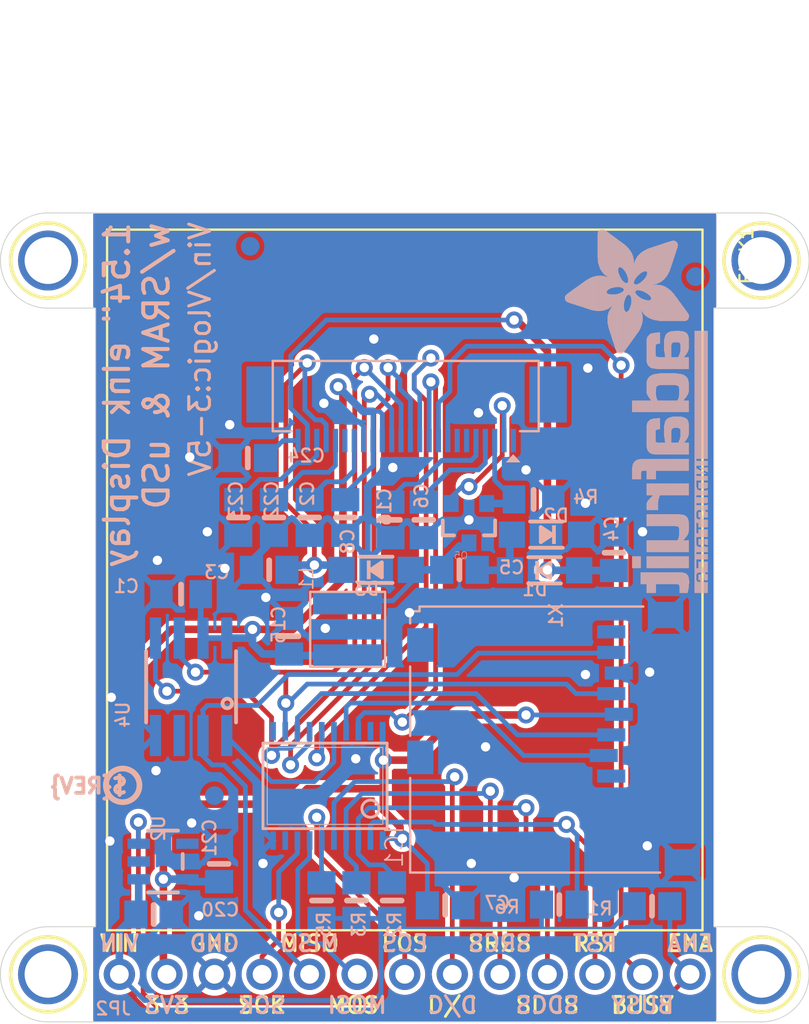
<source format=kicad_pcb>
(kicad_pcb (version 20221018) (generator pcbnew)
  (layers (0 "F.Cu" signal) (31 "B.Cu" signal) (34 "B.Paste" user) (35 "F.Paste" user) (36 "B.SilkS" user "B.Silkscreen") (37 "F.SilkS" user "F.Silkscreen") (38 "B.Mask" user) (39 "F.Mask" user) (44 "Edge.Cuts" user))
  (net 0 "")
  (net 1 "GND")
  (net 2 "3.3V")
  (net 3 "VGH")
  (net 4 "VGL")
  (net 5 "VIN")
  (net 6 "SCLK_3V")
  (net 7 "MOSI_3V")
  (net 8 "DISPCS_3V")
  (net 9 "SRAMCS_3V")
  (net 10 "RESET_3V")
  (net 11 "MISO")
  (net 12 "BUSY")
  (net 13 "RESET")
  (net 14 "SCLK")
  (net 15 "DISPCS")
  (net 16 "SRAMCS")
  (net 17 "SDCS_3V")
  (net 18 "SDCS")
  (net 19 "GDR")
  (net 20 "RESE")
  (net 21 "N$4")
  (net 22 "N$5")
  (net 23 "N$6")
  (net 24 "N$27")
  (net 25 "N$33")
  (net 26 "DC_3V")
  (net 27 "N$2")
  (net 28 "N$3")
  (net 29 "DC")
  (net 30 "MOSI")
  (net 31 "TSCL")
  (net 32 "TSDA")
  (net 33 "ENABLE")
  (net 34 "N$9")
  (footprint "working:MOUNTINGHOLE_2.5_PLATED" (layer "F.Cu") (at 167.5511 124.0536)
    (fp_text reference "U$4" hide)
    (fp_text value "MOUNTINGHOLE2.5" hide)
  )
  (footprint "working:MOUNTINGHOLE_2.5_PLATED" (layer "F.Cu") (at 129.4511 85.9536)
    (fp_text reference "U$5" hide)
    (fp_text value "MOUNTINGHOLE2.5" hide)
  )
  (footprint "working:EINK_154IN" (layer "F.Cu") (at 162.3041 92.0026 -90)
    (fp_text reference "EINK1")
    (fp_text value "EINK_EPD0231EINK_154IN_200X200")
  )
  (footprint "working:MOUNTINGHOLE_2.5_PLATED" (layer "F.Cu") (at 129.4511 124.0536)
    (fp_text reference "U$3" hide)
    (fp_text value "MOUNTINGHOLE2.5" hide)
  )
  (footprint "working:MOUNTINGHOLE_2.5_PLATED" (layer "F.Cu") (at 167.5511 85.9536)
    (fp_text reference "U$6" hide)
    (fp_text value "MOUNTINGHOLE2.5" hide)
  )
  (footprint "working:SOD-123" (layer "B.Cu") (at 156.0703 100.584 180)
    (fp_text reference "D2")
    (fp_text value "MBR0530")
  )
  (footprint "working:FIDUCIAL_1MM" (layer "B.Cu") (at 138.3321 114.5166 90)
    (fp_text reference "FID2" hide)
    (fp_text value "FIDUCIAL_1MM" hide)
  )
  (footprint "working:MICROSD" (layer "B.Cu") (at 148.8911 104.4732 -90)
    (fp_text reference "X1")
    (fp_text value "MICROSD")
  )
  (footprint "working:0805-NO" (layer "B.Cu") (at 138.5851 118.1596 90)
    (fp_text reference "C21")
    (fp_text value "10µF")
  )
  (footprint "working:FIDUCIAL_1MM" (layer "B.Cu") (at 140.2461 85.1916 180)
    (fp_text reference "FID3" hide)
    (fp_text value "FIDUCIAL_1MM" hide)
  )
  (footprint "working:0805-NO" (layer "B.Cu") (at 139.6111 99.6696 90)
    (fp_text reference "C23")
    (fp_text value "1uF/25V")
  )
  (footprint "working:0805-NO" (layer "B.Cu") (at 141.2621 102.4636 180)
    (fp_text reference "C3")
    (fp_text value "1uF/25V")
  )
  (footprint "working:0805-NO" (layer "B.Cu") (at 140.1191 96.4946)
    (fp_text reference "C24")
    (fp_text value "1uF/6V")
  )
  (footprint "working:0805-NO" (layer "B.Cu") (at 145.3261 99.6696 -90)
    (fp_text reference "C8")
    (fp_text value "1uF")
  )
  (footprint "working:0805-NO" (layer "B.Cu") (at 147.7391 99.7966 90)
    (fp_text reference "C16")
    (fp_text value "1uF/25V")
  )
  (footprint "working:SOT23-5" (layer "B.Cu") (at 135.5931 118.0326 90)
    (fp_text reference "U2")
    (fp_text value "MIC5225-3.3")
  )
  (footprint "working:INDUCTOR_4X4MM_NR401" (layer "B.Cu") (at 145.4531 105.6386 -90)
    (fp_text reference "L1")
    (fp_text value "10uH")
  )
  (footprint "working:0805-NO" (layer "B.Cu") (at 149.5171 99.7966 90)
    (fp_text reference "C6")
    (fp_text value "1uF/10V")
  )
  (footprint "working:0805-NO" (layer "B.Cu") (at 147.8261 120.1166 -90)
    (fp_text reference "R2")
    (fp_text value "100K")
  )
  (footprint "working:0805-NO" (layer "B.Cu") (at 150.6601 120.3706)
    (fp_text reference "C7")
    (fp_text value "1uF")
  )
  (footprint "working:SOD-123" (layer "B.Cu") (at 146.9771 102.4636)
    (fp_text reference "D3")
    (fp_text value "MBR0530")
  )
  (footprint "working:0805-NO" (layer "B.Cu") (at 141.5161 99.6696 90)
    (fp_text reference "C22")
    (fp_text value "1uF/25V")
  )
  (footprint "working:SOD-123" (layer "B.Cu") (at 155.9687 102.489)
    (fp_text reference "D1")
    (fp_text value "MBR0530")
  )
  (footprint "working:0805-NO" (layer "B.Cu") (at 145.9211 120.1166 -90)
    (fp_text reference "R3")
    (fp_text value "100K")
  )
  (footprint "working:TSSOP20" (layer "B.Cu") (at 144.2447 113.9952 180)
    (fp_text reference "IC1")
    (fp_text value "74LVC245PW")
  )
  (footprint "working:1X13_ROUND_70" (layer "B.Cu") (at 148.5011 124.0536)
    (fp_text reference "JP2")
    (fp_text value "")
  )
  (footprint "working:0805-NO" (layer "B.Cu") (at 161.7091 120.4176 180)
    (fp_text reference "R1")
    (fp_text value "100K")
  )
  (footprint "working:0805_10MGAP" (layer "B.Cu") (at 136.5539 103.7602 180)
    (fp_text reference "C1")
    (fp_text value "1uF")
  )
  (footprint "working:0805-NO" (layer "B.Cu") (at 159.6771 101.5492 90)
    (fp_text reference "C4")
    (fp_text value "1uF/25V")
  )
  (footprint "working:FIDUCIAL_1MM" (layer "B.Cu") (at 164.0271 86.8106 180)
    (fp_text reference "FID1" hide)
    (fp_text value "FIDUCIAL_1MM" hide)
  )
  (footprint "working:ADAFRUIT_TEXT_20MM" (layer "B.Cu") (at 164.6751 84.1286 -90)
    (fp_text reference "U$28" hide)
    (fp_text value "" hide)
  )
  (footprint "working:0805-NO" (layer "B.Cu") (at 135.0911 120.8616)
    (fp_text reference "C20")
    (fp_text value "10µF")
  )
  (footprint "working:0805-NO" (layer "B.Cu") (at 144.0561 120.1166 -90)
    (fp_text reference "R5")
    (fp_text value "100K")
  )
  (footprint "working:0805-NO" (layer "B.Cu") (at 142.3249 106.0078 -90)
    (fp_text reference "C15")
    (fp_text value "10uF/10V+")
  )
  (footprint "working:0805-NO" (layer "B.Cu") (at 156.7561 120.3306 180)
    (fp_text reference "R6")
    (fp_text value "100K")
  )
  (footprint "working:0805-NO" (layer "B.Cu") (at 151.4221 102.4636)
    (fp_text reference "C5")
    (fp_text value "4.7uF/25V")
  )
  (footprint "working:0805_10MGAP" (layer "B.Cu") (at 155.3845 98.7044)
    (fp_text reference "R4")
    (fp_text value "0.47ohm")
  )
  (footprint "working:SOIC8_150MIL" (layer "B.Cu") (at 137.0921 108.7066 180)
    (fp_text reference "U4")
    (fp_text value "23K640-I/SN")
  )
  (footprint "working:0805-NO" (layer "B.Cu") (at 143.4211 99.6696 90)
    (fp_text reference "C2")
    (fp_text value "1uF/10V")
  )
  (footprint "working:PCBFEAT-REV-040" (layer "B.Cu") (at 133.4371 113.9676 180)
    (fp_text reference "U$9" hide)
    (fp_text value "" hide)
  )
  (footprint "working:SOT23-3" (layer "B.Cu") (at 151.9301 99.9236)
    (fp_text reference "Q5")
    (fp_text value "IRLML0100")
  )
  (gr_arc (start 126.9111 85.9536) (mid 127.655049 84.157548) (end 129.451101 83.413599) (stroke (width 0.05)) (layer "Edge.Cuts"))
  (gr_arc (start 126.911101 124.053601) (mid 127.655049 122.257549) (end 129.4511 121.5136) (stroke (width 0.05)) (layer "Edge.Cuts"))
  (gr_arc (start 129.4511 88.4936) (mid 127.655049 87.749651) (end 126.911101 85.953599) (stroke (width 0.05)) (layer "Edge.Cuts"))
  (gr_line (start 167.5511 121.5136) (end 165.0111 121.5136) (stroke (width 0.05)) (layer "Edge.Cuts"))
  (gr_arc (start 167.5511 121.5136) (mid 169.347151 122.257549) (end 170.0911 124.0536) (stroke (width 0.05)) (layer "Edge.Cuts"))
  (gr_line (start 131.9911 121.5136) (end 129.4511 121.5136) (stroke (width 0.05)) (layer "Edge.Cuts"))
  (gr_line (start 131.9911 88.4936) (end 131.9911 121.5136) (stroke (width 0.05)) (layer "Edge.Cuts"))
  (gr_line (start 129.4511 83.4136) (end 167.5511 83.4136) (stroke (width 0.05)) (layer "Edge.Cuts"))
  (gr_arc (start 167.5511 83.4136) (mid 169.347151 84.157549) (end 170.0911 85.9536) (stroke (width 0.05)) (layer "Edge.Cuts"))
  (gr_arc (start 129.4511 126.5936) (mid 127.655049 125.849651) (end 126.911101 124.053599) (stroke (width 0.05)) (layer "Edge.Cuts"))
  (gr_arc (start 170.0911 124.0536) (mid 169.347151 125.849651) (end 167.5511 126.5936) (stroke (width 0.05)) (layer "Edge.Cuts"))
  (gr_line (start 165.0111 121.5136) (end 165.0111 88.4936) (stroke (width 0.05)) (layer "Edge.Cuts"))
  (gr_line (start 167.5511 126.5936) (end 129.4511 126.5936) (stroke (width 0.05)) (layer "Edge.Cuts"))
  (gr_line (start 131.9911 88.4936) (end 129.4511 88.4936) (stroke (width 0.05)) (layer "Edge.Cuts"))
  (gr_arc (start 170.0911 85.9536) (mid 169.347151 87.749651) (end 167.5511 88.4936) (stroke (width 0.05)) (layer "Edge.Cuts"))
  (gr_line (start 167.5511 88.4936) (end 165.0111 88.4936) (stroke (width 0.05)) (layer "Edge.Cuts"))
  (gr_text "SDCS" (at 156.1211 125.7046) (layer "B.SilkS") (effects (font (size 0.8636 0.8636) (thickness 0.1524)) (justify mirror)))
  (gr_text "BUSY" (at 161.2011 125.7046) (layer "B.SilkS") (effects (font (size 0.8636 0.8636) (thickness 0.1524)) (justify mirror)))
  (gr_text "3V3" (at 135.8011 125.7046) (layer "B.SilkS") (effects (font (size 0.8636 0.8636) (thickness 0.1524)) (justify mirror)))
  (gr_text "SRCS" (at 153.5811 122.4026) (layer "B.SilkS") (effects (font (size 0.8636 0.8636) (thickness 0.1524)) (justify mirror)))
  (gr_text "MOSI" (at 145.9611 125.7046) (layer "B.SilkS") (effects (font (size 0.8636 0.8636) (thickness 0.1524)) (justify mirror)))
  (gr_text "Vin/Vlogic:3-5V" (at 138.2141 83.7946 -270) (layer "B.SilkS") (effects (font (size 1.1049 1.1049) (thickness 0.1651)) (justify left bottom mirror)))
  (gr_text "1.54\" eInk Display\nw/SRAM & uSD" (at 132.3721 83.7946 -270) (layer "B.SilkS") (effects (font (size 1.31064 1.31064) (thickness 0.21336)) (justify left top mirror)))
  (gr_text "D/C" (at 151.0411 125.7046) (layer "B.SilkS") (effects (font (size 0.8636 0.8636) (thickness 0.1524)) (justify mirror)))
  (gr_text "ECS" (at 148.5011 122.4026) (layer "B.SilkS") (effects (font (size 0.8636 0.8636) (thickness 0.1524)) (justify mirror)))
  (gr_text "GND" (at 138.3411 122.4026) (layer "B.SilkS") (effects (font (size 0.8636 0.8636) (thickness 0.1524)) (justify mirror)))
  (gr_text "VIN" (at 133.2611 122.4026) (layer "B.SilkS") (effects (font (size 0.8636 0.8636) (thickness 0.1524)) (justify mirror)))
  (gr_text "SCK" (at 140.8811 125.7046) (layer "B.SilkS") (effects (font (size 0.8636 0.8636) (thickness 0.1524)) (justify mirror)))
  (gr_text "MISO" (at 143.4211 122.4026) (layer "B.SilkS") (effects (font (size 0.8636 0.8636) (thickness 0.1524)) (justify mirror)))
  (gr_text "RST" (at 158.6611 122.4026) (layer "B.SilkS") (effects (font (size 0.8636 0.8636) (thickness 0.1524)) (justify mirror)))
  (gr_text "ENA" (at 163.7411 122.4026) (layer "B.SilkS") (effects (font (size 0.8636 0.8636) (thickness 0.1524)) (justify mirror)))
  (gr_text "SRCS" (at 153.5811 122.4026) (layer "F.SilkS") (effects (font (size 0.8636 0.8636) (thickness 0.1524))))
  (gr_text "VIN" (at 133.2611 122.4026) (layer "F.SilkS") (effects (font (size 0.8636 0.8636) (thickness 0.1524))))
  (gr_text "BUSY" (at 161.2011 125.7046) (layer "F.SilkS") (effects (font (size 0.8636 0.8636) (thickness 0.1524))))
  (gr_text "MOSI" (at 145.9611 125.7046) (layer "F.SilkS") (effects (font (size 0.8636 0.8636) (thickness 0.1524))))
  (gr_text "MISO" (at 143.4211 122.4026) (layer "F.SilkS") (effects (font (size 0.8636 0.8636) (thickness 0.1524))))
  (gr_text "RST" (at 158.6611 122.4026) (layer "F.SilkS") (effects (font (size 0.8636 0.8636) (thickness 0.1524))))
  (gr_text "ECS" (at 148.5011 122.4026) (layer "F.SilkS") (effects (font (size 0.8636 0.8636) (thickness 0.1524))))
  (gr_text "GND" (at 138.3411 122.4026) (layer "F.SilkS") (effects (font (size 0.8636 0.8636) (thickness 0.1524))))
  (gr_text "ENA" (at 163.7411 122.4026) (layer "F.SilkS") (effects (font (size 0.8636 0.8636) (thickness 0.1524))))
  (gr_text "SDCS" (at 156.1211 125.7046) (layer "F.SilkS") (effects (font (size 0.8636 0.8636) (thickness 0.1524))))
  (gr_text "D/C" (at 151.0411 125.7046) (layer "F.SilkS") (effects (font (size 0.8636 0.8636) (thickness 0.1524))))
  (gr_text "SCK" (at 140.8811 125.7046) (layer "F.SilkS") (effects (font (size 0.8636 0.8636) (thickness 0.1524))))
  (gr_text "3V3" (at 135.8011 125.7046) (layer "F.SilkS") (effects (font (size 0.8636 0.8636) (thickness 0.1524))))
  (via (at 146.8501 90.1446) (size 0.9064) (drill 0.5) (layers "F.Cu" "B.Cu") (net 1))
  (via (at 144.2593 105.5878) (size 0.9064) (drill 0.5) (layers "F.Cu" "B.Cu") (net 1))
  (via (at 148.7551 104.7496) (size 0.9064) (drill 0.5) (layers "F.Cu" "B.Cu") (net 1))
  (via (at 161.4551 117.1956) (size 0.9064) (drill 0.5) (layers "F.Cu" "B.Cu") (net 1))
  (via (at 137.9601 100.4316) (size 0.9064) (drill 0.5) (layers "F.Cu" "B.Cu") (net 1))
  (via (at 141.0843 103.9368) (size 0.9064) (drill 0.5) (layers "F.Cu" "B.Cu") (net 1))
  (via (at 135.2931 101.9556) (size 0.9064) (drill 0.5) (layers "F.Cu" "B.Cu") (net 1))
  (via (at 154.9781 97.1296) (size 0.9064) (drill 0.5) (layers "F.Cu" "B.Cu") (net 1))
  (via (at 158.2801 91.694) (size 0.9064) (drill 0.5) (layers "F.Cu" "B.Cu") (net 1))
  (via (at 144.1831 93.5736) (size 0.9064) (drill 0.5) (layers "F.Cu" "B.Cu") (net 1))
  (via (at 151.9301 99.7966) (size 0.9064) (drill 0.5) (layers "F.Cu" "B.Cu") (net 1))
  (via (at 158.1531 98.9076) (size 0.9064) (drill 0.5) (layers "F.Cu" "B.Cu") (net 1))
  (via (at 132.8293 109.2708) (size 0.9064) (drill 0.5) (layers "F.Cu" "B.Cu") (net 1))
  (via (at 137.5029 120.9294) (size 0.9064) (drill 0.5) (layers "F.Cu" "B.Cu") (net 1))
  (via (at 152.0571 118.1354) (size 0.9064) (drill 0.5) (layers "F.Cu" "B.Cu") (net 1))
  (via (at 132.7531 116.9416) (size 0.9064) (drill 0.5) (layers "F.Cu" "B.Cu") (net 1))
  (via (at 152.8191 111.9124) (size 0.9064) (drill 0.5) (layers "F.Cu" "B.Cu") (net 1))
  (via (at 139.1539 94.7166) (size 0.9064) (drill 0.5) (layers "F.Cu" "B.Cu") (net 1))
  (via (at 158.1531 108.0516) (size 0.9064) (drill 0.5) (layers "F.Cu" "B.Cu") (net 1))
  (via (at 138.8999 102.3874) (size 0.9064) (drill 0.5) (layers "F.Cu" "B.Cu") (net 1))
  (via (at 147.8661 97.0026) (size 0.9064) (drill 0.5) (layers "F.Cu" "B.Cu") (net 1))
  (via (at 161.2011 100.4316) (size 0.9064) (drill 0.5) (layers "F.Cu" "B.Cu") (net 1))
  (via (at 140.9319 118.1354) (size 0.9064) (drill 0.5) (layers "F.Cu" "B.Cu") (net 1))
  (via (at 161.5821 107.9246) (size 0.9064) (drill 0.5) (layers "F.Cu" "B.Cu") (net 1))
  (via (at 145.8849 112.5474) (size 0.9064) (drill 0.5) (layers "F.Cu" "B.Cu") (net 1))
  (via (at 154.3431 118.8974) (size 0.9064) (drill 0.5) (layers "F.Cu" "B.Cu") (net 1))
  (via (at 137.1219 115.9764) (size 0.9064) (drill 0.5) (layers "F.Cu" "B.Cu") (net 1))
  (via (at 137.0203 96.4438) (size 0.9064) (drill 0.5) (layers "F.Cu" "B.Cu") (net 1))
  (via (at 135.2169 113.1824) (size 0.9064) (drill 0.5) (layers "F.Cu" "B.Cu") (net 1))
  (via (at 152.4381 94.0816) (size 0.9064) (drill 0.5) (layers "F.Cu" "B.Cu") (net 1))
  (segment (start 145.3261 94.5896) (end 144.3101 93.5736) (width 0.254) (layer "B.Cu") (net 1))
  (segment (start 144.3101 93.5736) (end 144.1831 93.5736) (width 0.254) (layer "B.Cu") (net 1))
  (segment (start 140.3121 102.4636) (end 140.3121 102.0166) (width 0.4064) (layer "B.Cu") (net 1))
  (segment (start 140.3121 102.0166) (end 141.1351 101.1936) (width 0.4064) (layer "B.Cu") (net 1))
  (segment (start 146.3041 95.5626) (end 146.3041 94.8056) (width 0.254) (layer "B.Cu") (net 1))
  (segment (start 146.3041 94.8056) (end 146.0881 94.5896) (width 0.254) (layer "B.Cu") (net 1))
  (segment (start 150.8041 94.5726) (end 151.1681 94.2086) (width 0.254) (layer "B.Cu") (net 1))
  (segment (start 150.8041 95.5626) (end 150.8041 94.5726) (width 0.254) (layer "B.Cu") (net 1))
  (segment (start 146.0881 94.5896) (end 145.3261 94.5896) (width 0.254) (layer "B.Cu") (net 1))
  (segment (start 141.1351 101.1936) (end 141.1351 100.8126) (width 0.4064) (layer "B.Cu") (net 1))
  (segment (start 151.2951 110.2106) (end 154.9781 110.2106) (width 0.4064) (layer "F.Cu") (net 2))
  (segment (start 135.8011 124.0536) (end 135.6106 123.8631) (width 0.4064) (layer "F.Cu") (net 2))
  (segment (start 134.0231 113.3856) (end 134.0231 107.6706) (width 0.4064) (layer "F.Cu") (net 2))
  (segment (start 136.0551 105.6386) (end 140.3731 105.6386) (width 0.4064) (layer "F.Cu") (net 2))
  (segment (start 148.3741 116.8146) (end 148.2471 116.6876) (width 0.4064) (layer "F.Cu") (net 2))
  (segment (start 151.2951 110.2106) (end 148.8821 112.6236) (width 0.4064) (layer "F.Cu") (net 2))
  (segment (start 135.6106 123.8631) (end 135.6106 118.9736) (width 0.4064) (layer "F.Cu") (net 2))
  (segment (start 148.2471 116.6876) (end 148.2471 116.1796) (width 0.4064) (layer "F.Cu") (net 2))
  (segment (start 135.6106 114.9731) (end 134.0231 113.3856) (width 0.4064) (layer "F.Cu") (net 2))
  (segment (start 145.1991 102.9716) (end 145.1991 92.9386) (width 0.4064) (layer "F.Cu") (net 2))
  (segment (start 140.3731 105.6386) (end 142.5321 105.6386) (width 0.4064) (layer "F.Cu") (net 2))
  (segment (start 135.6106 114.9731) (end 142.4686 114.9731) (width 0.4064) (layer "F.Cu") (net 2))
  (segment (start 148.8821 112.6236) (end 147.3581 112.6236) (width 0.4064) (layer "F.Cu") (net 2))
  (segment (start 148.2471 116.1796) (end 147.3581 115.2906) (width 0.4064) (layer "F.Cu") (net 2))
  (segment (start 147.3581 115.2906) (end 147.3581 114.1476) (width 0.4064) (layer "F.Cu") (net 2))
  (segment (start 145.1991 92.9386) (end 144.9451 92.6846) (width 0.4064) (layer "F.Cu") (net 2))
  (segment (start 147.3581 114.1476) (end 147.3581 112.6236) (width 0.4064) (layer "F.Cu") (net 2))
  (segment (start 143.2941 114.1476) (end 147.3581 114.1476) (width 0.4064) (layer "F.Cu") (net 2))
  (segment (start 142.4686 114.9731) (end 143.2941 114.1476) (width 0.4064) (layer "F.Cu") (net 2))
  (segment (start 134.0231 107.6706) (end 136.0551 105.6386) (width 0.4064) (layer "F.Cu") (net 2))
  (segment (start 142.5321 105.6386) (end 145.1991 102.9716) (width 0.4064) (layer "F.Cu") (net 2))
  (segment (start 135.6106 118.9736) (end 135.6106 114.9731) (width 0.4064) (layer "F.Cu") (net 2))
  (via (at 148.3741 116.8146) (size 0.9064) (drill 0.5) (layers "F.Cu" "B.Cu") (net 2))
  (via (at 154.9781 110.2106) (size 0.9064) (drill 0.5) (layers "F.Cu" "B.Cu") (net 2))
  (via (at 135.6106 118.9736) (size 0.9064) (drill 0.5) (layers "F.Cu" "B.Cu") (net 2))
  (via (at 140.3731 105.6386) (size 0.9064) (drill 0.5) (layers "F.Cu" "B.Cu") (net 2))
  (via (at 147.3581 112.6236) (size 0.9064) (drill 0.5) (layers "F.Cu" "B.Cu") (net 2))
  (via (at 144.9451 92.6846) (size 0.9064) (drill 0.5) (layers "F.Cu" "B.Cu") (net 2))
  (segment (start 140.3331 106.1066) (end 140.3731 106.1466) (width 0.4064) (layer "B.Cu") (net 2))
  (segment (start 146.2611 94.0006) (end 144.9451 92.6846) (width 0.4064) (layer "B.Cu") (net 2))
  (segment (start 149.7101 120.3706) (end 149.7101 118.1506) (width 0.254) (layer "B.Cu") (net 2))
  (segment (start 140.3731 106.4006) (end 140.3731 106.1466) (width 0.4064) (layer "B.Cu") (net 2))
  (segment (start 142.3249 106.9578) (end 140.9303 106.9578) (width 0.4064) (layer "B.Cu") (net 2))
  (segment (start 146.8041 96.9216) (end 145.3261 98.3996) (width 0.254) (layer "B.Cu") (net 2))
  (segment (start 138.9971 106.1066) (end 137.7271 106.1066) (width 0.3048) (layer "B.Cu") (net 2))
  (segment (start 159.9311 110.2106) (end 154.9781 110.2106) (width 0.254) (layer "B.Cu") (net 2))
  (segment (start 146.8041 94.0006) (end 146.2611 94.0006) (width 0.4064) (layer "B.Cu") (net 2))
  (segment (start 149.7101 118.1506) (end 148.3741 116.8146) (width 0.254) (layer "B.Cu") (net 2))
  (segment (start 147.3041 94.1546) (end 147.1501 94.0006) (width 0.254) (layer "B.Cu") (net 2))
  (segment (start 138.5851 119.1096) (end 137.0202 119.1096) (width 0.4064) (layer "B.Cu") (net 2))
  (segment (start 136.8842 118.9736) (end 135.6106 118.9736) (width 0.4064) (layer "B.Cu") (net 2))
  (segment (start 137.6039 105.9834) (end 137.6039 103.7602) (width 0.3048) (layer "B.Cu") (net 2))
  (segment (start 147.1501 94.0006) (end 146.8041 94.0006) (width 0.254) (layer "B.Cu") (net 2))
  (segment (start 145.3261 98.3996) (end 145.3261 98.7196) (width 0.254) (layer "B.Cu") (net 2))
  (segment (start 137.0202 119.1096) (end 136.8932 118.9826) (width 0.4064) (layer "B.Cu") (net 2))
  (segment (start 147.3041 94.1546) (end 147.3041 95.5626) (width 0.254) (layer "B.Cu") (net 2))
  (segment (start 136.8932 118.9826) (end 136.8842 118.9736) (width 0.4064) (layer "B.Cu") (net 2))
  (segment (start 159.9311 110.1732) (end 159.9311 110.2106) (width 0.254) (layer "B.Cu") (net 2))
  (segment (start 142.4057 107.0386) (end 142.3249 106.9578) (width 0.4064) (layer "B.Cu") (net 2))
  (segment (start 147.4181 116.8146) (end 148.3741 116.8146) (width 0.254) (layer "B.Cu") (net 2))
  (segment (start 144.9451 92.6496) (end 144.9451 92.6846) (width 0.4064) (layer "B.Cu") (net 2))
  (segment (start 147.3197 112.6236) (end 147.3581 112.6236) (width 0.3048) (layer "B.Cu") (net 2))
  (segment (start 145.4531 107.0386) (end 142.4057 107.0386) (width 0.4064) (layer "B.Cu") (net 2))
  (segment (start 146.8041 95.5626) (end 146.8041 96.9216) (width 0.254) (layer "B.Cu") (net 2))
  (segment (start 138.9971 106.1066) (end 140.3331 106.1066) (width 0.4064) (layer "B.Cu") (net 2))
  (segment (start 146.8041 95.5626) (end 146.8041 94.0006) (width 0.254) (layer "B.Cu") (net 2))
  (segment (start 137.7271 106.1066) (end 137.6039 105.9834) (width 0.3048) (layer "B.Cu") (net 2))
  (segment (start 140.3731 106.1466) (end 140.3731 105.6386) (width 0.4064) (layer "B.Cu") (net 2))
  (segment (start 147.3197 111.0774) (end 147.3197 112.6236) (width 0.3048) (layer "B.Cu") (net 2))
  (segment (start 140.9303 106.9578) (end 140.3731 106.4006) (width 0.4064) (layer "B.Cu") (net 2))
  (segment (start 147.3197 116.913) (end 147.4181 116.8146) (width 0.254) (layer "B.Cu") (net 2))
  (segment (start 142.1511 98.9076) (end 142.1511 92.5576) (width 0.254) (layer "F.Cu") (net 3))
  (segment (start 143.6751 102.2096) (end 143.6751 100.4316) (width 0.254) (layer "F.Cu") (net 3))
  (segment (start 142.1511 92.5576) (end 143.2941 91.4146) (width 0.254) (layer "F.Cu") (net 3))
  (segment (start 143.6751 100.4316) (end 142.1511 98.9076) (width 0.254) (layer "F.Cu") (net 3))
  (via (at 143.2941 91.4146) (size 0.9064) (drill 0.5) (layers "F.Cu" "B.Cu") (net 3))
  (via (at 143.6751 102.2096) (size 0.9064) (drill 0.5) (layers "F.Cu" "B.Cu") (net 3))
  (segment (start 144.8181 102.4636) (end 144.5641 102.2096) (width 0.4064) (layer "B.Cu") (net 3))
  (segment (start 142.2121 102.4636) (end 142.2121 102.3366) (width 0.4064) (layer "B.Cu") (net 3))
  (segment (start 144.0561 94.4626) (end 143.7259 94.4626) (width 0.254) (layer "B.Cu") (net 3))
  (segment (start 142.2121 102.3366) (end 142.4051 102.3366) (width 0.4064) (layer "B.Cu") (net 3))
  (segment (start 142.5321 102.2096) (end 143.6751 102.2096) (width 0.4064) (layer "B.Cu") (net 3))
  (segment (start 142.4051 102.3366) (end 142.5321 102.2096) (width 0.4064) (layer "B.Cu") (net 3))
  (segment (start 143.1671 91.7956) (end 143.2941 91.6686) (width 0.254) (layer "B.Cu") (net 3))
  (segment (start 144.3041 94.7106) (end 144.0561 94.4626) (width 0.254) (layer "B.Cu") (net 3))
  (segment (start 145.1271 102.4636) (end 144.8181 102.4636) (width 0.4064) (layer "B.Cu") (net 3))
  (segment (start 143.1671 93.9038) (end 143.1671 91.7956) (width 0.254) (layer "B.Cu") (net 3))
  (segment (start 144.5641 102.2096) (end 143.6751 102.2096) (width 0.4064) (layer "B.Cu") (net 3))
  (segment (start 143.2941 91.6686) (end 143.2941 91.4146) (width 0.254) (layer "B.Cu") (net 3))
  (segment (start 144.3041 95.5626) (end 144.3041 94.7106) (width 0.254) (layer "B.Cu") (net 3))
  (segment (start 143.7259 94.4626) (end 143.1671 93.9038) (width 0.254) (layer "B.Cu") (net 3))
  (segment (start 156.1211 90.7796) (end 154.4701 89.1286) (width 0.4064) (layer "F.Cu") (net 4))
  (segment (start 156.1211 102.4636) (end 156.1211 90.7796) (width 0.4064) (layer "F.Cu") (net 4))
  (segment (start 154.3431 89.1286) (end 154.4701 89.1286) (width 0.254) (layer "F.Cu") (net 4))
  (via (at 154.3431 89.1286) (size 0.9064) (drill 0.5) (layers "F.Cu" "B.Cu") (net 4))
  (via (at 156.1211 102.4636) (size 0.9064) (drill 0.5) (layers "F.Cu" "B.Cu") (net 4))
  (segment (start 144.3101 89.1286) (end 154.3431 89.1286) (width 0.254) (layer "B.Cu") (net 4))
  (segment (start 143.3041 94.7266) (end 142.4151 93.8376) (width 0.254) (layer "B.Cu") (net 4))
  (segment (start 142.4151 93.8376) (end 142.4151 91.0236) (width 0.254) (layer "B.Cu") (net 4))
  (segment (start 143.3041 95.5626) (end 143.3041 94.7266) (width 0.254) (layer "B.Cu") (net 4))
  (segment (start 142.4151 91.0236) (end 144.3101 89.1286) (width 0.254) (layer "B.Cu") (net 4))
  (segment (start 156.1465 102.489) (end 156.1211 102.4636) (width 0.4064) (layer "B.Cu") (net 4))
  (segment (start 159.6771 102.4992) (end 157.8289 102.4992) (width 0.4064) (layer "B.Cu") (net 4))
  (segment (start 157.8187 102.489) (end 156.1465 102.489) (width 0.4064) (layer "B.Cu") (net 4))
  (segment (start 157.8289 102.4992) (end 157.8187 102.489) (width 0.4064) (layer "B.Cu") (net 4))
  (segment (start 155.8061 121.6406) (end 147.8261 121.6406) (width 0.254) (layer "B.Cu") (net 5))
  (segment (start 146.8501 125.4506) (end 147.2311 125.0696) (width 0.254) (layer "B.Cu") (net 5))
  (segment (start 133.2611 121.7416) (end 134.1411 120.8616) (width 0.4064) (layer "B.Cu") (net 5))
  (segment (start 145.9211 121.0666) (end 144.0561 121.0666) (width 0.254) (layer "B.Cu") (net 5))
  (segment (start 147.8261 121.0666) (end 147.1041 121.0666) (width 0.254) (layer "B.Cu") (net 5))
  (segment (start 155.8061 120.3306) (end 155.8061 121.6406) (width 0.254) (layer "B.Cu") (net 5))
  (segment (start 147.2311 125.0696) (end 147.2311 121.1936) (width 0.254) (layer "B.Cu") (net 5))
  (segment (start 134.293 118.9826) (end 134.293 120.7097) (width 0.4064) (layer "B.Cu") (net 5))
  (segment (start 134.5946 125.4506) (end 133.2611 124.1171) (width 0.254) (layer "B.Cu") (net 5))
  (segment (start 134.293 120.7097) (end 134.1411 120.8616) (width 0.4064) (layer "B.Cu") (net 5))
  (segment (start 146.8501 125.4506) (end 134.5946 125.4506) (width 0.254) (layer "B.Cu") (net 5))
  (segment (start 133.2611 124.0536) (end 133.2611 121.7416) (width 0.4064) (layer "B.Cu") (net 5))
  (segment (start 147.2311 121.1936) (end 147.1041 121.0666) (width 0.254) (layer "B.Cu") (net 5))
  (segment (start 159.5361 121.6406) (end 155.8061 121.6406) (width 0.254) (layer "B.Cu") (net 5))
  (segment (start 159.5361 121.6406) (end 160.7591 120.4176) (width 0.254) (layer "B.Cu") (net 5))
  (segment (start 147.1041 121.0666) (end 145.9211 121.0666) (width 0.254) (layer "B.Cu") (net 5))
  (segment (start 133.2611 124.1171) (end 133.2611 124.0536) (width 0.254) (layer "B.Cu") (net 5))
  (segment (start 147.8261 121.6406) (end 147.8261 121.0666) (width 0.254) (layer "B.Cu") (net 5))
  (segment (start 145.8341 92.1766) (end 146.3421 91.6686) (width 0.254) (layer "F.Cu") (net 6))
  (segment (start 144.6911 107.9246) (end 142.1511 107.9246) (width 0.254) (layer "F.Cu") (net 6))
  (segment (start 144.6911 107.9246) (end 145.8341 106.7816) (width 0.254) (layer "F.Cu") (net 6))
  (segment (start 145.8341 106.7816) (end 145.8341 92.1766) (width 0.254) (layer "F.Cu") (net 6))
  (segment (start 142.1511 109.5756) (end 142.1511 107.9246) (width 0.254) (layer "F.Cu") (net 6))
  (segment (start 142.1511 107.9246) (end 137.3251 107.9246) (width 0.254) (layer "F.Cu") (net 6))
  (via (at 137.3251 107.9246) (size 0.9064) (drill 0.5) (layers "F.Cu" "B.Cu") (net 6))
  (via (at 142.1511 109.5756) (size 0.9064) (drill 0.5) (layers "F.Cu" "B.Cu") (net 6))
  (via (at 146.3421 91.6686) (size 0.9064) (drill 0.5) (layers "F.Cu" "B.Cu") (net 6))
  (segment (start 148.3041 93.6306) (end 148.3041 95.5626) (width 0.254) (layer "B.Cu") (net 6))
  (segment (start 143.2941 108.5596) (end 157.1371 108.5596) (width 0.254) (layer "B.Cu") (net 6))
  (segment (start 142.1197 109.607) (end 142.1511 109.5756) (width 0.254) (layer "B.Cu") (net 6))
  (segment (start 142.1197 109.734) (end 143.2941 108.5596) (width 0.254) (layer "B.Cu") (net 6))
  (segment (start 157.6507 109.0732) (end 159.5311 109.0732) (width 0.254) (layer "B.Cu") (net 6))
  (segment (start 157.1371 108.5596) (end 157.6507 109.0732) (width 0.254) (layer "B.Cu") (net 6))
  (segment (start 136.4571 107.0566) (end 136.4571 106.1066) (width 0.254) (layer "B.Cu") (net 6))
  (segment (start 146.3421 91.6686) (end 148.3041 93.6306) (width 0.254) (layer "B.Cu") (net 6))
  (segment (start 142.1197 109.734) (end 142.1197 109.607) (width 0.254) (layer "B.Cu") (net 6))
  (segment (start 137.3251 107.9246) (end 136.4571 107.0566) (width 0.254) (layer "B.Cu") (net 6))
  (segment (start 142.1197 111.0774) (end 142.1197 109.734) (width 0.254) (layer "B.Cu") (net 6))
  (segment (start 135.8011 108.9406) (end 139.9921 108.9406) (width 0.254) (layer "F.Cu") (net 7))
  (segment (start 146.3421 107.1626) (end 146.3421 93.3704) (width 0.254) (layer "F.Cu") (net 7))
  (segment (start 146.3421 107.1626) (end 141.3891 112.1156) (width 0.254) (layer "F.Cu") (net 7))
  (segment (start 146.3421 93.3704) (end 146.6215 93.091) (width 0.254) (layer "F.Cu") (net 7))
  (segment (start 139.9921 108.9406) (end 141.3891 110.3376) (width 0.254) (layer "F.Cu") (net 7))
  (segment (start 141.3891 110.3376) (end 141.3891 112.1156) (width 0.254) (layer "F.Cu") (net 7))
  (segment (start 141.3891 112.1156) (end 141.3891 112.3696) (width 0.254) (layer "F.Cu") (net 7))
  (via (at 135.8011 108.9406) (size 0.9064) (drill 0.5) (layers "F.Cu" "B.Cu") (net 7))
  (via (at 146.6215 93.091) (size 0.9064) (drill 0.5) (layers "F.Cu" "B.Cu") (net 7))
  (via (at 141.3891 112.3696) (size 0.9064) (drill 0.5) (layers "F.Cu" "B.Cu") (net 7))
  (segment (start 142.7697 111.624) (end 142.4051 111.9886) (width 0.254) (layer "B.Cu") (net 7))
  (segment (start 147.0025 93.091) (end 146.6215 93.091) (width 0.254) (layer "B.Cu") (net 7))
  (segment (start 147.8041 93.8926) (end 147.8041 95.5626) (width 0.254) (layer "B.Cu") (net 7))
  (segment (start 152.3111 109.0676) (end 144.0561 109.0676) (width 0.254) (layer "B.Cu") (net 7))
  (segment (start 135.1871 108.3266) (end 135.8011 108.9406) (width 0.254) (layer "B.Cu") (net 7))
  (segment (start 142.7697 111.0774) (end 142.7697 111.624) (width 0.254) (layer "B.Cu") (net 7))
  (segment (start 144.0561 109.0676) (end 142.7697 110.354) (width 0.254) (layer "B.Cu") (net 7))
  (segment (start 154.5167 111.2732) (end 152.3111 109.0676) (width 0.254) (layer "B.Cu") (net 7))
  (segment (start 142.7697 111.0774) (end 142.7697 110.354) (width 0.254) (layer "B.Cu") (net 7))
  (segment (start 159.5311 111.2732) (end 154.5167 111.2732) (width 0.254) (layer "B.Cu") (net 7))
  (segment (start 135.1871 106.1066) (end 135.1871 108.3266) (width 0.254) (layer "B.Cu") (net 7))
  (segment (start 142.4051 111.9886) (end 141.7701 111.9886) (width 0.254) (layer "B.Cu") (net 7))
  (segment (start 141.7701 111.9886) (end 141.3891 112.3696) (width 0.254) (layer "B.Cu") (net 7))
  (segment (start 147.8041 93.8926) (end 147.0025 93.091) (width 0.254) (layer "B.Cu") (net 7))
  (segment (start 147.6121 93.3196) (end 146.8501 94.0816) (width 0.254) (layer "F.Cu") (net 8))
  (segment (start 146.8501 107.4166) (end 142.4051 111.8616) (width 0.254) (layer "F.Cu") (net 8))
  (segment (start 146.8501 94.0816) (end 146.8501 107.4166) (width 0.254) (layer "F.Cu") (net 8))
  (segment (start 147.6121 91.6686) (end 147.6121 93.3196) (width 0.254) (layer "F.Cu") (net 8))
  (segment (start 142.4051 111.8616) (end 142.4051 112.8776) (width 0.254) (layer "F.Cu") (net 8))
  (via (at 142.4051 112.8776) (size 0.9064) (drill 0.5) (layers "F.Cu" "B.Cu") (net 8))
  (via (at 147.6121 91.6686) (size 0.9064) (drill 0.5) (layers "F.Cu" "B.Cu") (net 8))
  (segment (start 142.4051 112.7506) (end 143.4197 111.736) (width 0.254) (layer "B.Cu") (net 8))
  (segment (start 147.9151 91.9716) (end 147.6121 91.6686) (width 0.254) (layer "B.Cu") (net 8))
  (segment (start 148.8041 95.5626) (end 148.8041 93.3686) (width 0.254) (layer "B.Cu") (net 8))
  (segment (start 148.8041 93.3686) (end 148.2471 92.8116) (width 0.254) (layer "B.Cu") (net 8))
  (segment (start 148.2471 92.8116) (end 148.2471 92.3036) (width 0.254) (layer "B.Cu") (net 8))
  (segment (start 143.4197 111.736) (end 143.4197 111.0774) (width 0.254) (layer "B.Cu") (net 8))
  (segment (start 148.2471 92.3036) (end 147.6121 91.6686) (width 0.254) (layer "B.Cu") (net 8))
  (segment (start 142.4051 112.8776) (end 142.4051 112.7506) (width 0.254) (layer "B.Cu") (net 8))
  (segment (start 141.3891 113.7666) (end 138.9291 111.3066) (width 0.254) (layer "B.Cu") (net 9))
  (segment (start 143.6751 113.7666) (end 141.3891 113.7666) (width 0.254) (layer "B.Cu") (net 9))
  (segment (start 144.7197 111.0774) (end 144.7197 112.722) (width 0.254) (layer "B.Cu") (net 9))
  (segment (start 138.9761 111.3276) (end 138.9971 111.3066) (width 0.254) (layer "B.Cu") (net 9))
  (segment (start 138.9291 111.3066) (end 138.9971 111.3066) (width 0.254) (layer "B.Cu") (net 9))
  (segment (start 144.7197 112.722) (end 143.6751 113.7666) (width 0.254) (layer "B.Cu") (net 9))
  (segment (start 150.1521 92.6846) (end 149.8981 92.4306) (width 0.254) (layer "F.Cu") (net 10))
  (segment (start 148.3741 110.5916) (end 150.1521 108.8136) (width 0.254) (layer "F.Cu") (net 10))
  (segment (start 150.1521 108.8136) (end 150.1521 92.6846) (width 0.254) (layer "F.Cu") (net 10))
  (via (at 149.8981 92.4306) (size 0.9064) (drill 0.5) (layers "F.Cu" "B.Cu") (net 10))
  (via (at 148.3741 110.5916) (size 0.9064) (drill 0.5) (layers "F.Cu" "B.Cu") (net 10))
  (segment (start 149.8981 92.4306) (end 149.8041 92.5246) (width 0.254) (layer "B.Cu") (net 10))
  (segment (start 146.0197 111.0774) (end 146.0197 110.406) (width 0.254) (layer "B.Cu") (net 10))
  (segment (start 146.3421 110.0836) (end 147.7391 110.0836) (width 0.254) (layer "B.Cu") (net 10))
  (segment (start 147.7391 110.0836) (end 148.2471 110.5916) (width 0.254) (layer "B.Cu") (net 10))
  (segment (start 148.2471 110.5916) (end 148.3741 110.5916) (width 0.254) (layer "B.Cu") (net 10))
  (segment (start 146.0197 110.406) (end 146.3421 110.0836) (width 0.254) (layer "B.Cu") (net 10))
  (segment (start 149.8041 95.5626) (end 149.8041 92.5246) (width 0.254) (layer "B.Cu") (net 10))
  (segment (start 137.7271 110.0073) (end 137.7271 111.3066) (width 0.254) (layer "B.Cu") (net 11))
  (segment (start 139.9921 120.6246) (end 143.4211 124.0536) (width 0.254) (layer "B.Cu") (net 11))
  (segment (start 152.4381 106.9086) (end 158.7881 106.9086) (width 0.254) (layer "B.Cu") (net 11))
  (segment (start 137.7061 109.9566) (end 137.7061 109.956599) (width 0.254) (layer "B.Cu") (net 11))
  (segment (start 142.2781 108.0516) (end 151.2951 108.0516) (width 0.254) (layer "B.Cu") (net 11))
  (segment (start 137.9601 109.7026) (end 137.7061 109.9566) (width 0.254) (layer "B.Cu") (net 11))
  (segment (start 138.2141 112.8776) (end 137.7061 112.3696) (width 0.254) (layer "B.Cu") (net 11))
  (segment (start 159.5311 106.8732) (end 158.8235 106.8732) (width 0.254) (layer "B.Cu") (net 11))
  (segment (start 142.2781 108.0516) (end 140.6271 109.7026) (width 0.254) (layer "B.Cu") (net 11))
  (segment (start 139.9921 114.0206) (end 138.8491 112.8776) (width 0.254) (layer "B.Cu") (net 11))
  (segment (start 140.6271 109.7026) (end 137.9601 109.7026) (width 0.254) (layer "B.Cu") (net 11))
  (segment (start 151.2951 108.0516) (end 152.4381 106.9086) (width 0.254) (layer "B.Cu") (net 11))
  (segment (start 139.9921 114.0206) (end 139.9921 120.6246) (width 0.254) (layer "B.Cu") (net 11))
  (segment (start 137.7061 112.3696) (end 137.7271 112.3189) (width 0.254) (layer "B.Cu") (net 11))
  (segment (start 158.7881 106.9086) (end 158.8235 106.8732) (width 0.254) (layer "B.Cu") (net 11))
  (segment (start 137.7061 112.3696) (end 137.7061 112.3696) (width 0.254) (layer "B.Cu") (net 11))
  (segment (start 137.7271 112.3189) (end 137.7271 111.3066) (width 0.254) (layer "B.Cu") (net 11))
  (segment (start 138.8491 112.8776) (end 138.2141 112.8776) (width 0.254) (layer "B.Cu") (net 11))
  (segment (start 137.7061 109.956599) (end 137.7271 110.0073) (width 0.254) (layer "B.Cu") (net 11))
  (segment (start 161.1376 124.0536) (end 161.2011 124.0536) (width 0.254) (layer "F.Cu") (net 12))
  (segment (start 160.0581 122.9741) (end 161.1376 124.0536) (width 0.254) (layer "F.Cu") (net 12))
  (segment (start 160.0581 91.5416) (end 160.0581 122.9741) (width 0.254) (layer "F.Cu") (net 12))
  (via (at 160.0581 91.5416) (size 0.9064) (drill 0.5) (layers "F.Cu" "B.Cu") (net 12))
  (segment (start 150.9141 91.4146) (end 151.8031 90.5256) (width 0.254) (layer "B.Cu") (net 12))
  (segment (start 150.3041 93.5486) (end 150.9141 92.9386) (width 0.254) (layer "B.Cu") (net 12))
  (segment (start 151.8031 90.5256) (end 159.0421 90.5256) (width 0.254) (layer "B.Cu") (net 12))
  (segment (start 159.0421 90.5256) (end 160.0581 91.5416) (width 0.254) (layer "B.Cu") (net 12))
  (segment (start 150.3041 95.5626) (end 150.3041 93.5486) (width 0.254) (layer "B.Cu") (net 12))
  (segment (start 150.9141 92.9386) (end 150.9141 91.4146) (width 0.254) (layer "B.Cu") (net 12))
  (segment (start 158.6611 117.5766) (end 158.6611 124.0536) (width 0.254) (layer "F.Cu") (net 13))
  (segment (start 157.1371 116.0526) (end 158.6611 117.5766) (width 0.254) (layer "F.Cu") (net 13))
  (via (at 157.1371 116.0526) (size 0.9064) (drill 0.5) (layers "F.Cu" "B.Cu") (net 13))
  (segment (start 146.8501 115.9256) (end 150.0251 115.9256) (width 0.254) (layer "B.Cu") (net 13))
  (segment (start 146.6697 116.913) (end 146.6697 116.106) (width 0.254) (layer "B.Cu") (net 13))
  (segment (start 150.0251 115.9256) (end 150.1521 116.0526) (width 0.254) (layer "B.Cu") (net 13))
  (segment (start 157.7061 120.3306) (end 157.7061 116.6216) (width 0.254) (layer "B.Cu") (net 13))
  (segment (start 157.7061 116.6216) (end 157.1371 116.0526) (width 0.254) (layer "B.Cu") (net 13))
  (segment (start 150.1521 116.0526) (end 157.1371 116.0526) (width 0.254) (layer "B.Cu") (net 13))
  (segment (start 146.6697 116.106) (end 146.8501 115.9256) (width 0.254) (layer "B.Cu") (net 13))
  (segment (start 141.7701 122.2121) (end 140.8811 123.1011) (width 0.254) (layer "F.Cu") (net 14))
  (segment (start 140.8811 123.1011) (end 140.8811 124.0536) (width 0.254) (layer "F.Cu") (net 14))
  (segment (start 141.7701 120.7516) (end 141.7701 122.2121) (width 0.254) (layer "F.Cu") (net 14))
  (via (at 141.7701 120.7516) (size 0.9064) (drill 0.5) (layers "F.Cu" "B.Cu") (net 14))
  (segment (start 142.7697 116.913) (end 142.7697 117.593) (width 0.254) (layer "B.Cu") (net 14))
  (segment (start 142.7697 117.593) (end 141.7701 118.5926) (width 0.254) (layer "B.Cu") (net 14))
  (segment (start 141.7701 118.5926) (end 141.7701 120.7516) (width 0.254) (layer "B.Cu") (net 14))
  (segment (start 143.8021 117.5766) (end 148.5011 122.2756) (width 0.254) (layer "F.Cu") (net 15))
  (segment (start 148.5011 122.2756) (end 148.5011 124.0536) (width 0.254) (layer "F.Cu") (net 15))
  (segment (start 143.8021 115.6716) (end 143.8021 117.5766) (width 0.254) (layer "F.Cu") (net 15))
  (via (at 143.8021 115.6716) (size 0.9064) (drill 0.5) (layers "F.Cu" "B.Cu") (net 15))
  (segment (start 144.0697 116.913) (end 144.0697 115.9392) (width 0.254) (layer "B.Cu") (net 15))
  (segment (start 144.0697 116.913) (end 144.0561 116.9266) (width 0.254) (layer "B.Cu") (net 15))
  (segment (start 144.0561 116.9266) (end 144.0561 119.1666) (width 0.254) (layer "B.Cu") (net 15))
  (segment (start 144.0697 115.9392) (end 143.8021 115.6716) (width 0.254) (layer "B.Cu") (net 15))
  (segment (start 153.0731 119.3546) (end 153.0731 114.2746) (width 0.254) (layer "F.Cu") (net 16))
  (segment (start 153.5811 119.8626) (end 153.0731 119.3546) (width 0.254) (layer "F.Cu") (net 16))
  (segment (start 153.5811 124.0536) (end 153.5811 119.8626) (width 0.254) (layer "F.Cu") (net 16))
  (via (at 153.0731 114.2746) (size 0.9064) (drill 0.5) (layers "F.Cu" "B.Cu") (net 16))
  (segment (start 145.3697 116.913) (end 145.3697 115.247) (width 0.254) (layer "B.Cu") (net 16))
  (segment (start 145.9211 118.2986) (end 145.9211 119.1666) (width 0.254) (layer "B.Cu") (net 16))
  (segment (start 145.3697 117.7472) (end 145.9211 118.2986) (width 0.254) (layer "B.Cu") (net 16))
  (segment (start 145.3697 116.913) (end 145.3697 117.7472) (width 0.254) (layer "B.Cu") (net 16))
  (segment (start 152.9461 114.4016) (end 153.0731 114.2746) (width 0.254) (layer "B.Cu") (net 16))
  (segment (start 145.3697 115.247) (end 146.2151 114.4016) (width 0.254) (layer "B.Cu") (net 16))
  (segment (start 146.2151 114.4016) (end 152.9461 114.4016) (width 0.254) (layer "B.Cu") (net 16))
  (segment (start 152.0571 109.5756) (end 145.5801 109.5756) (width 0.254) (layer "B.Cu") (net 17))
  (segment (start 152.0571 109.5756) (end 154.8547 112.3732) (width 0.254) (layer "B.Cu") (net 17))
  (segment (start 145.3697 111.0774) (end 145.3697 109.786) (width 0.254) (layer "B.Cu") (net 17))
  (segment (start 154.8547 112.3732) (end 159.1311 112.3732) (width 0.254) (layer "B.Cu") (net 17))
  (segment (start 145.3697 109.786) (end 145.5801 109.5756) (width 0.254) (layer "B.Cu") (net 17))
  (segment (start 156.1211 124.0536) (end 156.1211 118.7196) (width 0.254) (layer "F.Cu") (net 18))
  (segment (start 156.1211 118.7196) (end 154.9781 117.5766) (width 0.254) (layer "F.Cu") (net 18))
  (segment (start 154.9781 117.5766) (end 154.9781 115.1636) (width 0.254) (layer "F.Cu") (net 18))
  (via (at 154.9781 115.1636) (size 0.9064) (drill 0.5) (layers "F.Cu" "B.Cu") (net 18))
  (segment (start 146.0197 116.913) (end 146.0197 115.74) (width 0.254) (layer "B.Cu") (net 18))
  (segment (start 147.7391 119.0796) (end 147.8261 119.1666) (width 0.254) (layer "B.Cu") (net 18))
  (segment (start 146.0197 116.913) (end 146.0197 117.6352) (width 0.254) (layer "B.Cu") (net 18))
  (segment (start 146.0197 117.6352) (end 146.5961 118.2116) (width 0.254) (layer "B.Cu") (net 18))
  (segment (start 147.3581 118.2116) (end 147.7391 118.5926) (width 0.254) (layer "B.Cu") (net 18))
  (segment (start 146.5961 115.1636) (end 154.9781 115.1636) (width 0.254) (layer "B.Cu") (net 18))
  (segment (start 147.7391 118.5926) (end 147.7391 119.0796) (width 0.254) (layer "B.Cu") (net 18))
  (segment (start 146.0197 115.74) (end 146.5961 115.1636) (width 0.254) (layer "B.Cu") (net 18))
  (segment (start 146.5961 118.2116) (end 147.3581 118.2116) (width 0.254) (layer "B.Cu") (net 18))
  (segment (start 153.7081 96.3676) (end 153.7081 93.7006) (width 0.254) (layer "F.Cu") (net 19))
  (segment (start 152.0571 98.0186) (end 151.9301 98.0186) (width 0.254) (layer "F.Cu") (net 19))
  (segment (start 153.7081 96.3676) (end 152.0571 98.0186) (width 0.254) (layer "F.Cu") (net 19))
  (via (at 151.9301 98.0186) (size 0.9064) (drill 0.5) (layers "F.Cu" "B.Cu") (net 19))
  (via (at 153.7081 93.7006) (size 0.9064) (drill 0.5) (layers "F.Cu" "B.Cu") (net 19))
  (segment (start 150.9801 98.5926) (end 151.5541 98.0186) (width 0.254) (layer "B.Cu") (net 19))
  (segment (start 151.5541 98.0186) (end 151.9301 98.0186) (width 0.254) (layer "B.Cu") (net 19))
  (segment (start 153.8041 93.7966) (end 153.7081 93.7006) (width 0.254) (layer "B.Cu") (net 19))
  (segment (start 150.9801 98.9236) (end 150.9801 98.5926) (width 0.254) (layer "B.Cu") (net 19))
  (segment (start 153.8041 95.5626) (end 153.8041 93.7966) (width 0.254) (layer "B.Cu") (net 19))
  (segment (start 154.3345 98.7044) (end 154.2997 98.6696) (width 0.4064) (layer "B.Cu") (net 20))
  (segment (start 153.3041 97.674) (end 154.2997 98.6696) (width 0.254) (layer "B.Cu") (net 20))
  (segment (start 152.8801 98.9236) (end 154.1153 98.9236) (width 0.4064) (layer "B.Cu") (net 20))
  (segment (start 154.1153 98.9236) (end 154.3345 98.7044) (width 0.4064) (layer "B.Cu") (net 20))
  (segment (start 153.3041 95.5626) (end 153.3041 97.674) (width 0.254) (layer "B.Cu") (net 20))
  (segment (start 152.0571 96.6216) (end 150.4751 96.6216) (width 0.254) (layer "B.Cu") (net 21))
  (segment (start 149.2051 97.8916) (end 148.5011 97.8916) (width 0.254) (layer "B.Cu") (net 21))
  (segment (start 150.4751 96.6216) (end 149.2051 97.8916) (width 0.254) (layer "B.Cu") (net 21))
  (segment (start 152.3041 96.3746) (end 152.0571 96.6216) (width 0.254) (layer "B.Cu") (net 21))
  (segment (start 148.5011 97.8916) (end 147.7391 98.6536) (width 0.254) (layer "B.Cu") (net 21))
  (segment (start 152.3041 95.5626) (end 152.3041 96.3746) (width 0.254) (layer "B.Cu") (net 21))
  (segment (start 147.7391 98.6536) (end 147.7391 98.8466) (width 0.254) (layer "B.Cu") (net 21))
  (segment (start 144.3101 97.7646) (end 143.4211 98.6536) (width 0.254) (layer "B.Cu") (net 22))
  (segment (start 145.8041 95.5626) (end 145.8041 97.1596) (width 0.254) (layer "B.Cu") (net 22))
  (segment (start 145.8041 97.1596) (end 145.1991 97.7646) (width 0.254) (layer "B.Cu") (net 22))
  (segment (start 145.1991 97.7646) (end 144.3101 97.7646) (width 0.254) (layer "B.Cu") (net 22))
  (segment (start 143.4211 98.6536) (end 143.4211 98.7196) (width 0.254) (layer "B.Cu") (net 22))
  (segment (start 143.0401 97.2566) (end 141.620234 98.676466) (width 0.254) (layer "B.Cu") (net 23))
  (segment (start 144.4371 97.2566) (end 143.0401 97.2566) (width 0.254) (layer "B.Cu") (net 23))
  (segment (start 144.8041 96.8896) (end 144.4371 97.2566) (width 0.254) (layer "B.Cu") (net 23))
  (segment (start 141.620234 98.676466) (end 141.5161 98.7196) (width 0.254) (layer "B.Cu") (net 23))
  (segment (start 141.620234 98.676466) (end 141.620234 98.676466) (width 0.254) (layer "B.Cu") (net 23))
  (segment (start 144.8041 95.5626) (end 144.8041 96.8896) (width 0.254) (layer "B.Cu") (net 23))
  (segment (start 143.4211 96.7486) (end 142.7861 96.7486) (width 0.254) (layer "B.Cu") (net 24))
  (segment (start 143.8041 96.3656) (end 143.4211 96.7486) (width 0.254) (layer "B.Cu") (net 24))
  (segment (start 142.7861 96.7486) (end 141.8971 97.6376) (width 0.254) (layer "B.Cu") (net 24))
  (segment (start 140.7541 97.6376) (end 139.6111 98.7806) (width 0.254) (layer "B.Cu") (net 24))
  (segment (start 141.8971 97.6376) (end 140.7541 97.6376) (width 0.254) (layer "B.Cu") (net 24))
  (segment (start 143.8041 95.5626) (end 143.8041 96.3656) (width 0.254) (layer "B.Cu") (net 24))
  (segment (start 139.6111 98.7806) (end 139.6111 98.7196) (width 0.254) (layer "B.Cu") (net 24))
  (segment (start 142.0011 95.5626) (end 141.0691 96.4946) (width 0.254) (layer "B.Cu") (net 25))
  (segment (start 142.8041 95.5626) (end 142.0011 95.5626) (width 0.254) (layer "B.Cu") (net 25))
  (segment (start 149.6441 93.4466) (end 149.6441 105.5116) (width 0.254) (layer "F.Cu") (net 26))
  (segment (start 149.8981 91.1606) (end 149.0091 92.0496) (width 0.254) (layer "F.Cu") (net 26))
  (segment (start 149.0091 92.0496) (end 149.0091 92.8116) (width 0.254) (layer "F.Cu") (net 26))
  (segment (start 143.8021 111.3536) (end 143.8021 112.4966) (width 0.254) (layer "F.Cu") (net 26))
  (segment (start 149.6441 105.5116) (end 143.8021 111.3536) (width 0.254) (layer "F.Cu") (net 26))
  (segment (start 149.0091 92.8116) (end 149.6441 93.4466) (width 0.254) (layer "F.Cu") (net 26))
  (via (at 143.8021 112.4966) (size 0.9064) (drill 0.5) (layers "F.Cu" "B.Cu") (net 26))
  (via (at 149.8981 91.1606) (size 0.9064) (drill 0.5) (layers "F.Cu" "B.Cu") (net 26))
  (segment (start 149.3041 95.5626) (end 149.3041 93.1066) (width 0.254) (layer "B.Cu") (net 26))
  (segment (start 149.3041 93.1066) (end 149.0091 92.8116) (width 0.254) (layer "B.Cu") (net 26))
  (segment (start 149.0091 92.0496) (end 149.8981 91.1606) (width 0.254) (layer "B.Cu") (net 26))
  (segment (start 149.0091 92.8116) (end 149.0091 92.0496) (width 0.254) (layer "B.Cu") (net 26))
  (segment (start 144.0697 111.0774) (end 144.0697 112.356) (width 0.254) (layer "B.Cu") (net 26))
  (segment (start 143.8021 112.4966) (end 143.9427 112.356) (width 0.254) (layer "B.Cu") (net 26))
  (segment (start 143.9427 112.356) (end 144.0697 112.356) (width 0.254) (layer "B.Cu") (net 26))
  (segment (start 154.1187 100.584) (end 154.1187 102.489) (width 0.4064) (layer "B.Cu") (net 27))
  (segment (start 154.1187 102.489) (end 152.3721 102.489) (width 0.4064) (layer "B.Cu") (net 27))
  (segment (start 152.3721 102.489) (end 152.3721 102.4636) (width 0.4064) (layer "B.Cu") (net 27))
  (segment (start 154.2203 100.584) (end 154.1187 100.584) (width 0.4064) (layer "B.Cu") (net 27))
  (segment (start 145.5771 104.1146) (end 145.4531 104.2386) (width 0.254) (layer "B.Cu") (net 28))
  (segment (start 150.4721 102.4636) (end 148.8271 102.4636) (width 0.4064) (layer "B.Cu") (net 28))
  (segment (start 148.7001 102.4636) (end 148.8271 102.4636) (width 0.4064) (layer "B.Cu") (net 28))
  (segment (start 147.8661 104.1146) (end 145.5771 104.1146) (width 0.254) (layer "B.Cu") (net 28))
  (segment (start 148.8271 103.1536) (end 147.8661 104.1146) (width 0.254) (layer "B.Cu") (net 28))
  (segment (start 150.4721 102.4636) (end 150.4721 102.1436) (width 0.4064) (layer "B.Cu") (net 28))
  (segment (start 148.8271 102.4636) (end 148.8271 103.1536) (width 0.254) (layer "B.Cu") (net 28))
  (segment (start 150.4721 102.1436) (end 151.4221 101.1936) (width 0.4064) (layer "B.Cu") (net 28))
  (segment (start 151.7601 101.1936) (end 151.9301 101.0236) (width 0.4064) (layer "B.Cu") (net 28))
  (segment (start 151.4221 101.1936) (end 151.7601 101.1936) (width 0.4064) (layer "B.Cu") (net 28))
  (segment (start 151.0411 113.6396) (end 151.1681 113.5126) (width 0.254) (layer "F.Cu") (net 29))
  (segment (start 151.0411 124.0536) (end 151.0411 113.6396) (width 0.254) (layer "F.Cu") (net 29))
  (via (at 151.1681 113.5126) (size 0.9064) (drill 0.5) (layers "F.Cu" "B.Cu") (net 29))
  (segment (start 145.8341 113.7666) (end 150.9141 113.7666) (width 0.254) (layer "B.Cu") (net 29))
  (segment (start 144.7197 114.881) (end 145.8341 113.7666) (width 0.254) (layer "B.Cu") (net 29))
  (segment (start 144.7197 116.913) (end 144.7197 114.881) (width 0.254) (layer "B.Cu") (net 29))
  (segment (start 150.9141 113.7666) (end 151.1681 113.5126) (width 0.254) (layer "B.Cu") (net 29))
  (segment (start 144.0561 122.4026) (end 145.7071 124.0536) (width 0.254) (layer "B.Cu") (net 30))
  (segment (start 142.7861 118.4656) (end 142.7861 121.7676) (width 0.254) (layer "B.Cu") (net 30))
  (segment (start 143.4211 122.4026) (end 144.0561 122.4026) (width 0.254) (layer "B.Cu") (net 30))
  (segment (start 143.4197 116.913) (end 143.4197 117.832) (width 0.254) (layer "B.Cu") (net 30))
  (segment (start 142.7861 121.7676) (end 143.4211 122.4026) (width 0.254) (layer "B.Cu") (net 30))
  (segment (start 143.4197 117.832) (end 142.7861 118.4656) (width 0.254) (layer "B.Cu") (net 30))
  (segment (start 145.7071 124.0536) (end 145.9611 124.0536) (width 0.254) (layer "B.Cu") (net 30))
  (segment (start 134.5311 125.0696) (end 135.5471 126.0856) (width 0.254) (layer "F.Cu") (net 33))
  (segment (start 161.7091 126.0856) (end 163.7411 124.0536) (width 0.254) (layer "F.Cu") (net 33))
  (segment (start 134.2771 115.9256) (end 134.2771 122.9106) (width 0.254) (layer "F.Cu") (net 33))
  (segment (start 134.2771 122.9106) (end 134.5311 123.1646) (width 0.254) (layer "F.Cu") (net 33))
  (segment (start 135.5471 126.0856) (end 161.7091 126.0856) (width 0.254) (layer "F.Cu") (net 33))
  (segment (start 134.5311 123.1646) (end 134.5311 125.0696) (width 0.254) (layer "F.Cu") (net 33))
  (via (at 134.2771 115.9256) (size 0.9064) (drill 0.5) (layers "F.Cu" "B.Cu") (net 33))
  (segment (start 162.6591 122.9716) (end 163.7411 124.0536) (width 0.254) (layer "B.Cu") (net 33))
  (segment (start 162.6591 120.4176) (end 162.6591 122.9716) (width 0.254) (layer "B.Cu") (net 33))
  (segment (start 134.307 117.0686) (end 134.2771 117.0387) (width 0.254) (layer "B.Cu") (net 33))
  (segment (start 134.307 117.0686) (end 134.293 117.0826) (width 0.254) (layer "B.Cu") (net 33))
  (segment (start 134.2771 117.0387) (end 134.2771 115.9256) (width 0.254) (layer "B.Cu") (net 33))
  (segment (start 150.9141 97.1296) (end 149.5171 98.5266) (width 0.254) (layer "B.Cu") (net 34))
  (segment (start 149.5171 98.5266) (end 149.5171 98.8466) (width 0.254) (layer "B.Cu") (net 34))
  (segment (start 152.4381 97.1296) (end 150.9141 97.1296) (width 0.254) (layer "B.Cu") (net 34))
  (segment (start 152.8041 95.5626) (end 152.8041 96.7636) (width 0.254) (layer "B.Cu") (net 34))
  (segment (start 152.8041 96.7636) (end 152.4381 97.1296) (width 0.254) (layer "B.Cu") (net 34))
  (zone (net 1) (net_name "GND") (layer "F.Cu") (priority 6) (connect_pads (clearance 0.254)) (min_thickness 0.127) (fill yes (thermal_gap 0.304) (thermal_bridge_width 0.304))
    (polygon (pts (xy 165.1381 126.7206) (xy 131.8641 126.7206) (xy 131.8641 83.2866) (xy 165.1381 83.2866)))
  )
  (zone (net 1) (net_name "GND") (layer "B.Cu") (priority 6) (connect_pads (clearance 0.254)) (min_thickness 0.127) (fill yes (thermal_gap 0.304) (thermal_bridge_width 0.304))
    (polygon (pts (xy 165.1381 126.5936) (xy 131.8641 126.5936) (xy 131.8641 83.2866) (xy 165.1381 83.2866)))
  )
)
</source>
